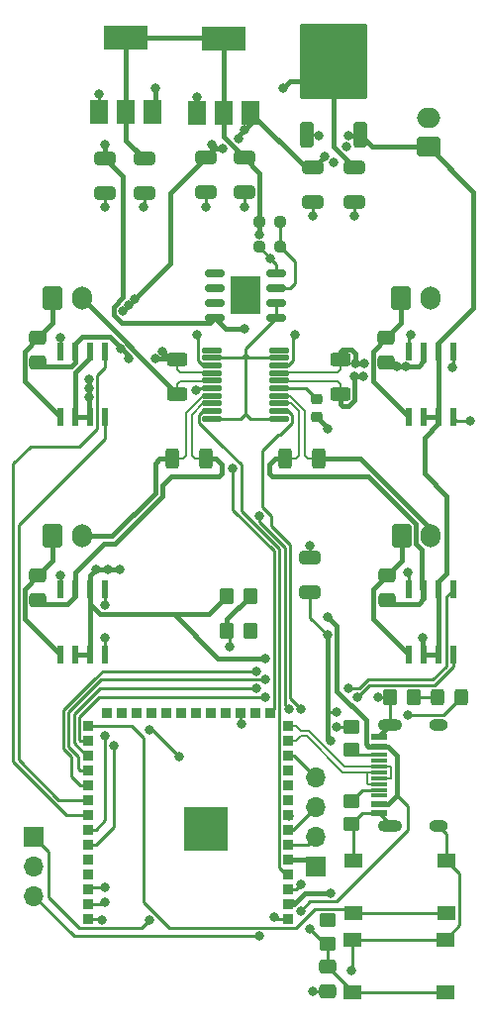
<source format=gtl>
G04 #@! TF.GenerationSoftware,KiCad,Pcbnew,(7.0.0)*
G04 #@! TF.CreationDate,2023-09-25T00:06:07+02:00*
G04 #@! TF.ProjectId,FC Control board 1.0,46432043-6f6e-4747-926f-6c20626f6172,rev?*
G04 #@! TF.SameCoordinates,Original*
G04 #@! TF.FileFunction,Copper,L1,Top*
G04 #@! TF.FilePolarity,Positive*
%FSLAX46Y46*%
G04 Gerber Fmt 4.6, Leading zero omitted, Abs format (unit mm)*
G04 Created by KiCad (PCBNEW (7.0.0)) date 2023-09-25 00:06:07*
%MOMM*%
%LPD*%
G01*
G04 APERTURE LIST*
G04 Aperture macros list*
%AMRoundRect*
0 Rectangle with rounded corners*
0 $1 Rounding radius*
0 $2 $3 $4 $5 $6 $7 $8 $9 X,Y pos of 4 corners*
0 Add a 4 corners polygon primitive as box body*
4,1,4,$2,$3,$4,$5,$6,$7,$8,$9,$2,$3,0*
0 Add four circle primitives for the rounded corners*
1,1,$1+$1,$2,$3*
1,1,$1+$1,$4,$5*
1,1,$1+$1,$6,$7*
1,1,$1+$1,$8,$9*
0 Add four rect primitives between the rounded corners*
20,1,$1+$1,$2,$3,$4,$5,0*
20,1,$1+$1,$4,$5,$6,$7,0*
20,1,$1+$1,$6,$7,$8,$9,0*
20,1,$1+$1,$8,$9,$2,$3,0*%
G04 Aperture macros list end*
G04 #@! TA.AperFunction,SMDPad,CuDef*
%ADD10RoundRect,0.250000X0.650000X-0.325000X0.650000X0.325000X-0.650000X0.325000X-0.650000X-0.325000X0*%
G04 #@! TD*
G04 #@! TA.AperFunction,ComponentPad*
%ADD11O,1.700000X2.000000*%
G04 #@! TD*
G04 #@! TA.AperFunction,ComponentPad*
%ADD12RoundRect,0.250000X-0.600000X-0.750000X0.600000X-0.750000X0.600000X0.750000X-0.600000X0.750000X0*%
G04 #@! TD*
G04 #@! TA.AperFunction,SMDPad,CuDef*
%ADD13RoundRect,0.250000X-0.650000X0.325000X-0.650000X-0.325000X0.650000X-0.325000X0.650000X0.325000X0*%
G04 #@! TD*
G04 #@! TA.AperFunction,SMDPad,CuDef*
%ADD14RoundRect,0.250000X0.475000X-0.337500X0.475000X0.337500X-0.475000X0.337500X-0.475000X-0.337500X0*%
G04 #@! TD*
G04 #@! TA.AperFunction,SMDPad,CuDef*
%ADD15RoundRect,0.250000X-0.475000X0.337500X-0.475000X-0.337500X0.475000X-0.337500X0.475000X0.337500X0*%
G04 #@! TD*
G04 #@! TA.AperFunction,SMDPad,CuDef*
%ADD16R,1.500000X2.000000*%
G04 #@! TD*
G04 #@! TA.AperFunction,SMDPad,CuDef*
%ADD17R,3.800000X2.000000*%
G04 #@! TD*
G04 #@! TA.AperFunction,SMDPad,CuDef*
%ADD18RoundRect,0.250000X0.350000X-0.850000X0.350000X0.850000X-0.350000X0.850000X-0.350000X-0.850000X0*%
G04 #@! TD*
G04 #@! TA.AperFunction,SMDPad,CuDef*
%ADD19RoundRect,0.250000X1.125000X-1.275000X1.125000X1.275000X-1.125000X1.275000X-1.125000X-1.275000X0*%
G04 #@! TD*
G04 #@! TA.AperFunction,SMDPad,CuDef*
%ADD20RoundRect,0.249997X2.650003X-2.950003X2.650003X2.950003X-2.650003X2.950003X-2.650003X-2.950003X0*%
G04 #@! TD*
G04 #@! TA.AperFunction,SMDPad,CuDef*
%ADD21R,0.600000X1.650000*%
G04 #@! TD*
G04 #@! TA.AperFunction,SMDPad,CuDef*
%ADD22RoundRect,0.250000X-0.450000X0.350000X-0.450000X-0.350000X0.450000X-0.350000X0.450000X0.350000X0*%
G04 #@! TD*
G04 #@! TA.AperFunction,SMDPad,CuDef*
%ADD23RoundRect,0.250000X-0.325000X-0.450000X0.325000X-0.450000X0.325000X0.450000X-0.325000X0.450000X0*%
G04 #@! TD*
G04 #@! TA.AperFunction,ComponentPad*
%ADD24R,1.700000X1.700000*%
G04 #@! TD*
G04 #@! TA.AperFunction,ComponentPad*
%ADD25O,1.700000X1.700000*%
G04 #@! TD*
G04 #@! TA.AperFunction,SMDPad,CuDef*
%ADD26RoundRect,0.150000X0.662500X0.150000X-0.662500X0.150000X-0.662500X-0.150000X0.662500X-0.150000X0*%
G04 #@! TD*
G04 #@! TA.AperFunction,SMDPad,CuDef*
%ADD27R,2.514000X3.200000*%
G04 #@! TD*
G04 #@! TA.AperFunction,SMDPad,CuDef*
%ADD28RoundRect,0.250000X0.450000X-0.350000X0.450000X0.350000X-0.450000X0.350000X-0.450000X-0.350000X0*%
G04 #@! TD*
G04 #@! TA.AperFunction,SMDPad,CuDef*
%ADD29RoundRect,0.020500X0.764500X0.184500X-0.764500X0.184500X-0.764500X-0.184500X0.764500X-0.184500X0*%
G04 #@! TD*
G04 #@! TA.AperFunction,SMDPad,CuDef*
%ADD30RoundRect,0.250000X-0.350000X-0.450000X0.350000X-0.450000X0.350000X0.450000X-0.350000X0.450000X0*%
G04 #@! TD*
G04 #@! TA.AperFunction,SMDPad,CuDef*
%ADD31R,1.550000X1.300000*%
G04 #@! TD*
G04 #@! TA.AperFunction,SMDPad,CuDef*
%ADD32RoundRect,0.250000X0.625000X-0.312500X0.625000X0.312500X-0.625000X0.312500X-0.625000X-0.312500X0*%
G04 #@! TD*
G04 #@! TA.AperFunction,SMDPad,CuDef*
%ADD33R,0.838200X0.889000*%
G04 #@! TD*
G04 #@! TA.AperFunction,SMDPad,CuDef*
%ADD34R,0.889000X0.838200*%
G04 #@! TD*
G04 #@! TA.AperFunction,SMDPad,CuDef*
%ADD35R,3.708400X3.708400*%
G04 #@! TD*
G04 #@! TA.AperFunction,SMDPad,CuDef*
%ADD36R,1.450000X0.600000*%
G04 #@! TD*
G04 #@! TA.AperFunction,SMDPad,CuDef*
%ADD37R,1.450000X0.300000*%
G04 #@! TD*
G04 #@! TA.AperFunction,ComponentPad*
%ADD38O,2.100000X1.000000*%
G04 #@! TD*
G04 #@! TA.AperFunction,ComponentPad*
%ADD39O,1.600000X1.000000*%
G04 #@! TD*
G04 #@! TA.AperFunction,SMDPad,CuDef*
%ADD40RoundRect,0.237500X0.250000X0.237500X-0.250000X0.237500X-0.250000X-0.237500X0.250000X-0.237500X0*%
G04 #@! TD*
G04 #@! TA.AperFunction,SMDPad,CuDef*
%ADD41RoundRect,0.225000X0.250000X-0.225000X0.250000X0.225000X-0.250000X0.225000X-0.250000X-0.225000X0*%
G04 #@! TD*
G04 #@! TA.AperFunction,ComponentPad*
%ADD42RoundRect,0.250000X0.750000X-0.600000X0.750000X0.600000X-0.750000X0.600000X-0.750000X-0.600000X0*%
G04 #@! TD*
G04 #@! TA.AperFunction,ComponentPad*
%ADD43O,2.000000X1.700000*%
G04 #@! TD*
G04 #@! TA.AperFunction,SMDPad,CuDef*
%ADD44RoundRect,0.250000X0.312500X0.625000X-0.312500X0.625000X-0.312500X-0.625000X0.312500X-0.625000X0*%
G04 #@! TD*
G04 #@! TA.AperFunction,SMDPad,CuDef*
%ADD45RoundRect,0.250000X-0.312500X-0.625000X0.312500X-0.625000X0.312500X0.625000X-0.312500X0.625000X0*%
G04 #@! TD*
G04 #@! TA.AperFunction,ViaPad*
%ADD46C,0.800000*%
G04 #@! TD*
G04 #@! TA.AperFunction,Conductor*
%ADD47C,0.250000*%
G04 #@! TD*
G04 #@! TA.AperFunction,Conductor*
%ADD48C,0.400000*%
G04 #@! TD*
G04 #@! TA.AperFunction,Conductor*
%ADD49C,0.200000*%
G04 #@! TD*
G04 APERTURE END LIST*
D10*
X194956000Y-127937000D03*
X194956000Y-124987000D03*
D11*
X222789598Y-136959499D03*
D12*
X220289599Y-136959500D03*
D13*
X212482000Y-159125000D03*
X212482000Y-162075000D03*
D12*
X220311000Y-157279500D03*
D11*
X222810999Y-157279499D03*
D14*
X214006000Y-196160000D03*
X214006000Y-194085000D03*
D15*
X189190000Y-140345000D03*
X189190000Y-142420000D03*
D16*
X194433999Y-120975999D03*
X196733999Y-120975999D03*
D17*
X196733999Y-114675999D03*
D16*
X199033999Y-120975999D03*
D18*
X212234000Y-122968000D03*
D19*
X212989000Y-118343000D03*
X216039000Y-118343000D03*
D20*
X214514000Y-116668000D03*
D19*
X212989000Y-114993000D03*
X216039000Y-114993000D03*
D18*
X216794000Y-122968000D03*
D21*
X191094999Y-167423499D03*
X192364999Y-167423499D03*
X193634999Y-167423499D03*
X194904999Y-167423499D03*
X194904999Y-161823499D03*
X193634999Y-161823499D03*
X192364999Y-161823499D03*
X191094999Y-161823499D03*
D22*
X216038000Y-179889000D03*
X216038000Y-181889000D03*
D23*
X223395000Y-171014000D03*
X225445000Y-171014000D03*
D10*
X198306000Y-127937000D03*
X198306000Y-124987000D03*
D24*
X212989999Y-185491999D03*
D25*
X212989999Y-182951999D03*
X212989999Y-180411999D03*
X212989999Y-177871999D03*
D10*
X212735000Y-128708000D03*
X212735000Y-125758000D03*
D26*
X209607500Y-138591000D03*
X209607500Y-137321000D03*
X209607500Y-136051000D03*
X209607500Y-134781000D03*
X204332500Y-134781000D03*
X204332500Y-136051000D03*
X204332500Y-137321000D03*
X204332500Y-138591000D03*
D27*
X206969999Y-136685999D03*
D21*
X220939999Y-167423499D03*
X222209999Y-167423499D03*
X223479999Y-167423499D03*
X224749999Y-167423499D03*
X224749999Y-161823499D03*
X223479999Y-161823499D03*
X222209999Y-161823499D03*
X220939999Y-161823499D03*
D28*
X216038000Y-175539000D03*
X216038000Y-173539000D03*
D12*
X190466000Y-157279500D03*
D11*
X192965999Y-157279499D03*
D29*
X209840000Y-147231000D03*
X209840000Y-146581000D03*
X209840000Y-145931000D03*
X209840000Y-145281000D03*
X209840000Y-144631000D03*
X209840000Y-143981000D03*
X209840000Y-143331000D03*
X209840000Y-142681000D03*
X209840000Y-142031000D03*
X209840000Y-141381000D03*
X204100000Y-141381000D03*
X204100000Y-142031000D03*
X204100000Y-142681000D03*
X204100000Y-143331000D03*
X204100000Y-143981000D03*
X204100000Y-144631000D03*
X204100000Y-145281000D03*
X204100000Y-145931000D03*
X204100000Y-146581000D03*
X204100000Y-147231000D03*
D28*
X214006000Y-192096000D03*
X214006000Y-190096000D03*
D30*
X219356000Y-171014000D03*
X221356000Y-171014000D03*
D21*
X191094999Y-147103499D03*
X192364999Y-147103499D03*
X193634999Y-147103499D03*
X194904999Y-147103499D03*
X194904999Y-141503499D03*
X193634999Y-141503499D03*
X192364999Y-141503499D03*
X191094999Y-141503499D03*
D12*
X190466000Y-136959500D03*
D11*
X192965999Y-136959499D03*
D31*
X216215999Y-184983999D03*
X224165999Y-184983999D03*
X216215999Y-189483999D03*
X224165999Y-189483999D03*
D32*
X215098000Y-145123484D03*
X215098000Y-142198484D03*
D30*
X205386000Y-162378000D03*
X207386000Y-162378000D03*
D33*
X210648899Y-189983699D03*
X210648899Y-188713699D03*
X210648899Y-187443699D03*
X210648899Y-186173699D03*
X210648899Y-184903699D03*
X210648899Y-183633699D03*
X210648899Y-182363699D03*
X210648899Y-181093699D03*
X210648899Y-179823699D03*
X210648899Y-178553699D03*
X210648899Y-177283699D03*
X210648899Y-176013699D03*
X210648899Y-174743699D03*
X210648899Y-173473699D03*
D34*
X209052999Y-172399099D03*
X207782999Y-172399099D03*
X206512999Y-172399099D03*
X205242999Y-172399099D03*
X203972999Y-172399099D03*
X202702999Y-172399099D03*
X201432999Y-172399099D03*
X200162999Y-172399099D03*
X198892999Y-172399099D03*
X197622999Y-172399099D03*
X196352999Y-172399099D03*
X195082999Y-172399099D03*
D33*
X193487099Y-173473699D03*
X193487099Y-174743699D03*
X193487099Y-176013699D03*
X193487099Y-177283699D03*
X193487099Y-178553699D03*
X193487099Y-179823699D03*
X193487099Y-181093699D03*
X193487099Y-182363699D03*
X193487099Y-183633699D03*
X193487099Y-184903699D03*
X193487099Y-186173699D03*
X193487099Y-187443699D03*
X193487099Y-188713699D03*
X193487099Y-189983699D03*
D35*
X203563698Y-182269199D03*
D16*
X202815999Y-121077999D03*
X205115999Y-121077999D03*
D17*
X205115999Y-114777999D03*
D16*
X207415999Y-121077999D03*
D36*
X218402999Y-180963999D03*
X218402999Y-180163999D03*
D37*
X218402999Y-178963999D03*
X218402999Y-177963999D03*
X218402999Y-177463999D03*
X218402999Y-176463999D03*
D36*
X218402999Y-175263999D03*
X218402999Y-174463999D03*
X218402999Y-174463999D03*
X218402999Y-175263999D03*
D37*
X218402999Y-175963999D03*
X218402999Y-176963999D03*
X218402999Y-178463999D03*
X218402999Y-179463999D03*
D36*
X218402999Y-180163999D03*
X218402999Y-180963999D03*
D38*
X219317999Y-182033999D03*
D39*
X223497999Y-182033999D03*
D38*
X219317999Y-173393999D03*
D39*
X223497999Y-173393999D03*
D10*
X206894000Y-127888000D03*
X206894000Y-124938000D03*
D40*
X209961965Y-132553246D03*
X208136965Y-132553246D03*
D15*
X219013599Y-142420000D03*
X219013599Y-140345000D03*
D41*
X213066000Y-147113000D03*
X213066000Y-145563000D03*
D40*
X209948764Y-130441271D03*
X208123764Y-130441271D03*
D15*
X189190000Y-160665000D03*
X189190000Y-162740000D03*
D31*
X216126999Y-191743633D03*
X224076999Y-191743633D03*
X216126999Y-196243633D03*
X224076999Y-196243633D03*
D42*
X222596000Y-124004000D03*
D43*
X222595999Y-121503999D03*
D21*
X220918598Y-141503499D03*
X222188598Y-141503499D03*
X223458598Y-141503499D03*
X224728598Y-141503499D03*
X224728598Y-147103499D03*
X223458598Y-147103499D03*
X222188598Y-147103499D03*
X220918598Y-147103499D03*
D10*
X216291000Y-128708000D03*
X216291000Y-125758000D03*
D24*
X188884999Y-182966999D03*
D25*
X188884999Y-185506999D03*
X188884999Y-188046999D03*
D44*
X213258500Y-150656000D03*
X210333500Y-150656000D03*
D32*
X201128000Y-145123484D03*
X201128000Y-142198484D03*
D45*
X200681500Y-150656000D03*
X203606500Y-150656000D03*
D15*
X219035000Y-160665000D03*
X219035000Y-162740000D03*
D30*
X205386000Y-165328000D03*
X207386000Y-165328000D03*
D10*
X203592000Y-127888000D03*
X203592000Y-124938000D03*
D46*
X212736000Y-129866000D03*
X203592000Y-129104000D03*
X214768000Y-173554000D03*
X207386000Y-165328000D03*
X220864000Y-160346000D03*
X198766000Y-173808000D03*
X194702000Y-190064000D03*
X202322000Y-183460000D03*
X209434000Y-189810000D03*
X212482000Y-158060000D03*
X221118000Y-140026000D03*
X204862000Y-183460000D03*
X209092859Y-133509141D03*
X218324000Y-171014000D03*
X206894000Y-129104000D03*
X212736000Y-196160000D03*
X194448000Y-119452000D03*
X202322000Y-181174000D03*
X204862000Y-181174000D03*
X216038000Y-194382000D03*
X194956000Y-129104000D03*
X216292000Y-129866000D03*
X191146000Y-140280000D03*
X213244000Y-123008000D03*
X202830000Y-119706000D03*
X201306000Y-176094000D03*
X191146000Y-160600000D03*
X198258000Y-129104000D03*
X202777359Y-144826539D03*
X193555500Y-145360000D03*
X196226000Y-160092000D03*
X222134000Y-165934000D03*
X196480000Y-137994000D03*
X204985834Y-124160498D03*
X213752000Y-124786000D03*
X206386000Y-123262000D03*
X196988000Y-137486000D03*
X214514000Y-125294000D03*
X194194000Y-160092000D03*
X204100000Y-123770000D03*
X215784000Y-123008000D03*
X208672000Y-167712000D03*
X193555500Y-143836000D03*
X195210000Y-160092000D03*
X215608832Y-123945168D03*
X206894000Y-122500000D03*
X197496000Y-136978000D03*
X193555500Y-144598000D03*
X214260000Y-187778000D03*
X214278722Y-174805278D03*
X214006000Y-190064000D03*
X214768000Y-172284000D03*
X220864000Y-172538000D03*
X208164000Y-131478746D03*
X213968000Y-165718000D03*
X199274000Y-118944000D03*
X206894000Y-139518000D03*
X208164000Y-191477700D03*
X214006000Y-164156000D03*
X210196000Y-118944000D03*
X211715701Y-189297701D03*
X194956000Y-123770000D03*
X213955000Y-148116000D03*
X194956000Y-188540000D03*
X211720000Y-172030000D03*
X210704000Y-172030000D03*
X211212000Y-140026000D03*
X208164000Y-155520000D03*
X194956000Y-187270000D03*
X215784000Y-170252000D03*
X207910000Y-170252000D03*
X216546000Y-171014000D03*
X208672000Y-171014000D03*
X198761701Y-190068299D03*
X210704000Y-181174000D03*
X206640000Y-173300000D03*
X205624000Y-166696000D03*
X202830000Y-140026000D03*
X205870396Y-151463604D03*
X212482000Y-190826000D03*
X211720000Y-187016000D03*
X217089099Y-142528000D03*
X216368000Y-142528000D03*
X220686000Y-142782000D03*
X219924000Y-142728500D03*
X199858000Y-141512000D03*
X199252590Y-142117410D03*
X196978926Y-142105074D03*
X196302000Y-141258000D03*
X216292000Y-143582000D03*
X217054000Y-143582000D03*
X194956000Y-163140000D03*
X195680500Y-175147636D03*
X194956000Y-165934000D03*
X194956000Y-174316000D03*
X224674000Y-142820000D03*
X207910000Y-168802500D03*
X226198000Y-147392000D03*
X208672000Y-169490000D03*
D47*
X212736000Y-196160000D02*
X214006000Y-196160000D01*
X216127000Y-191743634D02*
X224077000Y-191743634D01*
X224166000Y-182702000D02*
X223498000Y-182034000D01*
X216291000Y-128708000D02*
X216291000Y-129865000D01*
X216127000Y-191743634D02*
X216127000Y-194293000D01*
X212735000Y-128708000D02*
X212735000Y-129865000D01*
X216038000Y-173539000D02*
X214783000Y-173539000D01*
X194434000Y-119466000D02*
X194448000Y-119452000D01*
X201052000Y-175840000D02*
X199020000Y-173808000D01*
X202816000Y-121078000D02*
X202816000Y-119720000D01*
X191095000Y-141503500D02*
X191095000Y-140331000D01*
D48*
X218403000Y-174464000D02*
X218403000Y-174309000D01*
D47*
X209607500Y-134023781D02*
X209092859Y-133509141D01*
D48*
X218403000Y-174309000D02*
X219318000Y-173394000D01*
D47*
X202972898Y-144631000D02*
X202777359Y-144826539D01*
X216963000Y-180964000D02*
X216038000Y-181889000D01*
X198306000Y-129056000D02*
X198258000Y-129104000D01*
X204100000Y-144631000D02*
X202972898Y-144631000D01*
X220918599Y-140225401D02*
X221118000Y-140026000D01*
X213204000Y-122968000D02*
X213244000Y-123008000D01*
X214783000Y-173539000D02*
X214768000Y-173554000D01*
X220918599Y-141503500D02*
X220918599Y-140225401D01*
X216216000Y-182067000D02*
X216038000Y-181889000D01*
X220940000Y-161823500D02*
X220940000Y-160422000D01*
X191095000Y-161823500D02*
X191095000Y-160651000D01*
X212482000Y-159125000D02*
X212482000Y-158060000D01*
X219318000Y-173394000D02*
X219318000Y-171052000D01*
X216216000Y-184984000D02*
X216216000Y-182067000D01*
X216291000Y-129865000D02*
X216292000Y-129866000D01*
X209092859Y-133509141D02*
X208136965Y-132553246D01*
X209607700Y-189983700D02*
X209434000Y-189810000D01*
X191095000Y-140331000D02*
X191146000Y-140280000D01*
X220940000Y-160422000D02*
X220864000Y-160346000D01*
X225266000Y-190554634D02*
X225266000Y-186084000D01*
X202816000Y-119720000D02*
X202830000Y-119706000D01*
X225266000Y-186084000D02*
X224166000Y-184984000D01*
X193487100Y-189983700D02*
X194621700Y-189983700D01*
X219318000Y-182034000D02*
X219318000Y-181879000D01*
X206894000Y-127888000D02*
X206894000Y-129104000D01*
X224166000Y-184984000D02*
X224166000Y-182702000D01*
X209607500Y-134781000D02*
X209607500Y-134023781D01*
X224077000Y-191743634D02*
X225266000Y-190554634D01*
X218403000Y-180964000D02*
X216963000Y-180964000D01*
X212735000Y-129865000D02*
X212736000Y-129866000D01*
X201306000Y-176094000D02*
X201052000Y-175840000D01*
X216127000Y-194293000D02*
X216038000Y-194382000D01*
X191095000Y-160651000D02*
X191146000Y-160600000D01*
X210648900Y-189983700D02*
X209607700Y-189983700D01*
X203592000Y-127888000D02*
X203592000Y-129104000D01*
X219318000Y-181879000D02*
X218403000Y-180964000D01*
X198306000Y-127937000D02*
X198306000Y-129056000D01*
X194621700Y-189983700D02*
X194702000Y-190064000D01*
X194956000Y-127937000D02*
X194956000Y-129104000D01*
X199020000Y-173808000D02*
X198766000Y-173808000D01*
X194434000Y-120976000D02*
X194434000Y-119466000D01*
X219318000Y-171052000D02*
X219356000Y-171014000D01*
X212234000Y-122968000D02*
X213204000Y-122968000D01*
X219356000Y-171014000D02*
X218324000Y-171014000D01*
D48*
X204608000Y-167712000D02*
X208672000Y-167712000D01*
X194526500Y-163940000D02*
X200836000Y-163940000D01*
X193635000Y-161823500D02*
X193635000Y-160651000D01*
X204985834Y-124160498D02*
X204369502Y-124160498D01*
X193635000Y-161823500D02*
X193635000Y-163048500D01*
X223458599Y-140733401D02*
X223458599Y-141503500D01*
X207416000Y-121978000D02*
X206894000Y-122500000D01*
X222596000Y-124004000D02*
X226452000Y-127860000D01*
X222596000Y-124004000D02*
X217830000Y-124004000D01*
X192365000Y-147103500D02*
X193635000Y-147103500D01*
X226452000Y-127860000D02*
X226452000Y-137740000D01*
X196480000Y-137994000D02*
X196988000Y-137486000D01*
X192365000Y-167423500D02*
X193635000Y-167423500D01*
X224166000Y-160482500D02*
X223480000Y-161168500D01*
X207416000Y-121078000D02*
X212096000Y-125758000D01*
X193555500Y-143836000D02*
X193555500Y-147024000D01*
X204100000Y-123770000D02*
X204490498Y-124160498D01*
X216754000Y-123008000D02*
X216794000Y-122968000D01*
X222257562Y-148829537D02*
X222257562Y-151931659D01*
X212780000Y-125758000D02*
X213752000Y-124786000D01*
X196226000Y-160092000D02*
X194194000Y-160092000D01*
X212096000Y-125758000D02*
X212735000Y-125758000D01*
X223458599Y-147628500D02*
X222257562Y-148829537D01*
X196988000Y-137486000D02*
X197496000Y-136978000D01*
X206894000Y-122500000D02*
X206386000Y-123008000D01*
X207416000Y-121078000D02*
X207416000Y-121978000D01*
X193635000Y-142028500D02*
X192365000Y-143298500D01*
X203592000Y-124938000D02*
X200544000Y-127986000D01*
X204369502Y-124160498D02*
X203592000Y-124938000D01*
X212735000Y-125758000D02*
X212780000Y-125758000D01*
X223458599Y-147103500D02*
X223458599Y-147628500D01*
X204100000Y-124430000D02*
X203592000Y-124938000D01*
X223480000Y-161823500D02*
X223480000Y-167423500D01*
X222257562Y-151931659D02*
X224166000Y-153840097D01*
X193635000Y-141503500D02*
X193635000Y-142028500D01*
X226452000Y-137740000D02*
X223458599Y-140733401D01*
X192365000Y-143298500D02*
X192365000Y-147103500D01*
X223458599Y-147103500D02*
X222188599Y-147103500D01*
X224166000Y-153840097D02*
X224166000Y-160482500D01*
X194526500Y-163940000D02*
X203824000Y-163940000D01*
X193635000Y-163048500D02*
X194526500Y-163940000D01*
X200544000Y-127986000D02*
X200544000Y-133930000D01*
X200836000Y-163940000D02*
X204608000Y-167712000D01*
X206386000Y-123008000D02*
X206386000Y-123262000D01*
X223480000Y-161168500D02*
X223480000Y-161823500D01*
X215784000Y-123008000D02*
X216754000Y-123008000D01*
X203824000Y-163940000D02*
X205386000Y-162378000D01*
X204490498Y-124160498D02*
X204985834Y-124160498D01*
X193635000Y-167423500D02*
X193635000Y-161823500D01*
X204100000Y-123770000D02*
X204100000Y-124430000D01*
X223480000Y-167423500D02*
X222210000Y-167423500D01*
X222134000Y-165934000D02*
X222134000Y-167347500D01*
X200544000Y-133930000D02*
X197496000Y-136978000D01*
X193635000Y-160651000D02*
X194194000Y-160092000D01*
X217830000Y-124004000D02*
X216794000Y-122968000D01*
X193555500Y-147024000D02*
X193635000Y-147103500D01*
X223458599Y-141503500D02*
X223458599Y-147103500D01*
X222134000Y-167347500D02*
X222210000Y-167423500D01*
X205116000Y-123160000D02*
X206894000Y-124938000D01*
X205116000Y-114778000D02*
X205116000Y-121078000D01*
X196734000Y-114676000D02*
X205014000Y-114676000D01*
D47*
X223921000Y-172538000D02*
X220864000Y-172538000D01*
D48*
X211153671Y-188713700D02*
X212089371Y-187778000D01*
X208194000Y-126238000D02*
X208194000Y-130371035D01*
X213968000Y-165718000D02*
X213968000Y-172284000D01*
D47*
X212482000Y-162075000D02*
X212482000Y-164232000D01*
D48*
X196734000Y-114676000D02*
X196734000Y-120976000D01*
X205116000Y-121078000D02*
X205116000Y-123160000D01*
D47*
X225445000Y-171014000D02*
X223921000Y-172538000D01*
D48*
X208123764Y-130441271D02*
X208123764Y-131438510D01*
X210648900Y-188713700D02*
X211153671Y-188713700D01*
X205014000Y-114676000D02*
X205116000Y-114778000D01*
D47*
X214768000Y-172284000D02*
X213968000Y-172284000D01*
D48*
X213968000Y-174494556D02*
X214278722Y-174805278D01*
X214006000Y-190064000D02*
X214006000Y-190096000D01*
X206894000Y-124938000D02*
X208194000Y-126238000D01*
X196734000Y-123415000D02*
X198306000Y-124987000D01*
D47*
X212482000Y-164232000D02*
X213968000Y-165718000D01*
D48*
X212089371Y-187778000D02*
X214260000Y-187778000D01*
X210916100Y-188446500D02*
X210648900Y-188713700D01*
X208194000Y-130371035D02*
X208123764Y-130441271D01*
X208123764Y-131438510D02*
X208164000Y-131478746D01*
X213968000Y-172284000D02*
X213968000Y-174494556D01*
X196734000Y-120976000D02*
X196734000Y-123415000D01*
X219928000Y-176006000D02*
X219186000Y-175264000D01*
X196364629Y-139010000D02*
X203913500Y-139010000D01*
X214768000Y-164918000D02*
X214006000Y-164156000D01*
X218403000Y-180164000D02*
X219191984Y-180164000D01*
X219191984Y-180164000D02*
X219928000Y-179427984D01*
D47*
X211715701Y-189297701D02*
X212504402Y-188509000D01*
D48*
X196480000Y-136862629D02*
X195680000Y-137662629D01*
X214768000Y-170506000D02*
X217278000Y-173016000D01*
X199274000Y-118944000D02*
X199274000Y-120736000D01*
X217482239Y-175264000D02*
X218403000Y-175264000D01*
X210797000Y-118343000D02*
X210196000Y-118944000D01*
X212989000Y-118343000D02*
X210797000Y-118343000D01*
X194956000Y-123770000D02*
X194956000Y-124987000D01*
D47*
X220864000Y-182411000D02*
X220864000Y-180363984D01*
D48*
X195680000Y-137662629D02*
X195680000Y-138325371D01*
X194956000Y-124987000D02*
X196480000Y-126511000D01*
D47*
X188885000Y-188047000D02*
X192315700Y-191477700D01*
D48*
X205259500Y-139518000D02*
X206894000Y-139518000D01*
D47*
X192315700Y-191477700D02*
X208164000Y-191477700D01*
D48*
X214768000Y-168220000D02*
X214768000Y-164918000D01*
X199274000Y-120736000D02*
X199034000Y-120976000D01*
D47*
X212504402Y-188509000D02*
X214766000Y-188509000D01*
X214766000Y-188509000D02*
X220864000Y-182411000D01*
D48*
X203913500Y-139010000D02*
X204332500Y-138591000D01*
X216291000Y-125758000D02*
X214514000Y-123981000D01*
X217278000Y-173016000D02*
X217278000Y-175059761D01*
X219186000Y-175264000D02*
X218403000Y-175264000D01*
X219928000Y-179427984D02*
X219928000Y-176006000D01*
X214514000Y-123981000D02*
X214514000Y-116668000D01*
X217278000Y-175059761D02*
X217482239Y-175264000D01*
D47*
X220864000Y-180363984D02*
X219928000Y-179427984D01*
D48*
X196480000Y-126511000D02*
X196480000Y-136862629D01*
X204332500Y-138591000D02*
X205259500Y-139518000D01*
X214768000Y-168220000D02*
X214768000Y-170506000D01*
X195680000Y-138325371D02*
X196364629Y-139010000D01*
D49*
X219378000Y-177964000D02*
X218403000Y-177964000D01*
X211315651Y-173473700D02*
X211725651Y-173883700D01*
X217290499Y-176989000D02*
X217315499Y-176964000D01*
X211725651Y-173883700D02*
X212367900Y-173883700D01*
X218403000Y-176964000D02*
X219378000Y-176964000D01*
X219428000Y-177914000D02*
X219378000Y-177964000D01*
X219428000Y-177014000D02*
X219428000Y-177914000D01*
X212367900Y-173883700D02*
X215473200Y-176989000D01*
X219378000Y-176964000D02*
X219428000Y-177014000D01*
X215473200Y-176989000D02*
X217290499Y-176989000D01*
X210648900Y-173473700D02*
X211315651Y-173473700D01*
X217315499Y-176964000D02*
X218403000Y-176964000D01*
X217290499Y-177439000D02*
X217315499Y-177464000D01*
X218403000Y-178464000D02*
X217428000Y-178464000D01*
X217428000Y-177464000D02*
X218403000Y-177464000D01*
X217428000Y-178464000D02*
X217378000Y-178414000D01*
X215286800Y-177439000D02*
X217290499Y-177439000D01*
X212181500Y-174333700D02*
X215286800Y-177439000D01*
X211315651Y-174743700D02*
X211725651Y-174333700D01*
X217315499Y-177464000D02*
X218403000Y-177464000D01*
X217378000Y-177514000D02*
X217428000Y-177464000D01*
X211725651Y-174333700D02*
X212181500Y-174333700D01*
X210648900Y-174743700D02*
X211315651Y-174743700D01*
X217378000Y-178414000D02*
X217378000Y-177514000D01*
D47*
X223395000Y-171014000D02*
X221356000Y-171014000D01*
X216038000Y-179889000D02*
X216963000Y-178964000D01*
X216963000Y-178964000D02*
X218403000Y-178964000D01*
X216463000Y-175964000D02*
X218403000Y-175964000D01*
X216038000Y-175539000D02*
X216463000Y-175964000D01*
D48*
X213955000Y-148116000D02*
X213955000Y-148002000D01*
X213955000Y-148002000D02*
X213066000Y-147113000D01*
D47*
X213066000Y-145563000D02*
X212134000Y-144631000D01*
X212134000Y-144631000D02*
X209840000Y-144631000D01*
D48*
X220311000Y-157279500D02*
X220311000Y-159389000D01*
X219035000Y-160665000D02*
X217910000Y-161790000D01*
X220311000Y-159389000D02*
X219035000Y-160665000D01*
X217910000Y-161790000D02*
X217910000Y-164393500D01*
X217910000Y-164393500D02*
X220940000Y-167423500D01*
X221755500Y-163048500D02*
X222210000Y-162594000D01*
X222079562Y-161693062D02*
X222079562Y-158465829D01*
D49*
X211542000Y-146592000D02*
X210881000Y-145931000D01*
D48*
X222079562Y-158465829D02*
X221561000Y-157947267D01*
X222210000Y-162594000D02*
X222210000Y-161823500D01*
D49*
X210881000Y-145931000D02*
X209840000Y-145931000D01*
X210333500Y-150656000D02*
X211288000Y-150656000D01*
D48*
X209002000Y-151926000D02*
X209002000Y-151164000D01*
X219035000Y-162740000D02*
X219343500Y-163048500D01*
X221561000Y-157947267D02*
X221561000Y-156260261D01*
X219343500Y-163048500D02*
X221755500Y-163048500D01*
D49*
X211542000Y-150402000D02*
X211542000Y-146592000D01*
D48*
X221561000Y-156260261D02*
X217480739Y-152180000D01*
D49*
X211288000Y-150656000D02*
X211542000Y-150402000D01*
D48*
X217480739Y-152180000D02*
X209256000Y-152180000D01*
X209510000Y-150656000D02*
X210333500Y-150656000D01*
X209002000Y-151164000D02*
X209510000Y-150656000D01*
X222210000Y-161823500D02*
X222079562Y-161693062D01*
X209256000Y-152180000D02*
X209002000Y-151926000D01*
D47*
X210627611Y-146581000D02*
X209840000Y-146581000D01*
X208418000Y-154748695D02*
X208418000Y-149933678D01*
X209907018Y-148601593D02*
X210950000Y-147558611D01*
X194782300Y-188713700D02*
X194956000Y-188540000D01*
X210967305Y-171268000D02*
X210958000Y-171268000D01*
X210950000Y-146903389D02*
X210627611Y-146581000D01*
X209184242Y-156409054D02*
X209184242Y-155514937D01*
X209184242Y-155514937D02*
X208418000Y-154748695D01*
X210804800Y-171114800D02*
X210804800Y-158029612D01*
X211720000Y-172030000D02*
X211720000Y-172020695D01*
X209750085Y-148601593D02*
X209907018Y-148601593D01*
X193487100Y-188713700D02*
X194782300Y-188713700D01*
X210950000Y-147558611D02*
X210950000Y-146903389D01*
X210804800Y-158029612D02*
X209184242Y-156409054D01*
X208418000Y-149933678D02*
X209750085Y-148601593D01*
X211720000Y-172020695D02*
X210967305Y-171268000D01*
X210958000Y-171268000D02*
X210804800Y-171114800D01*
X210354800Y-171680800D02*
X210354800Y-158216008D01*
X210704000Y-172030000D02*
X210354800Y-171680800D01*
X211034000Y-140204000D02*
X211212000Y-140026000D01*
X208164000Y-156025208D02*
X208164000Y-155520000D01*
X211034000Y-142274611D02*
X211034000Y-140496000D01*
X194956000Y-187270000D02*
X193660800Y-187270000D01*
X209840000Y-142681000D02*
X210627611Y-142681000D01*
X193660800Y-187270000D02*
X193487100Y-187443700D01*
X211034000Y-140496000D02*
X211034000Y-140204000D01*
X210354800Y-158216008D02*
X208164000Y-156025208D01*
X210627611Y-142681000D02*
X211034000Y-142274611D01*
X216671604Y-170252000D02*
X217433604Y-169490000D01*
X193351700Y-176013700D02*
X192293000Y-174955000D01*
X217433604Y-169490000D02*
X223012604Y-169490000D01*
X223012604Y-169490000D02*
X224125000Y-168377604D01*
X224125000Y-162448500D02*
X224750000Y-161823500D01*
X192293000Y-174955000D02*
X192293000Y-172517804D01*
X224125000Y-168377604D02*
X224125000Y-162448500D01*
X194558804Y-170252000D02*
X207910000Y-170252000D01*
X193487100Y-176013700D02*
X193351700Y-176013700D01*
X192293000Y-172517804D02*
X194558804Y-170252000D01*
X215784000Y-170252000D02*
X216671604Y-170252000D01*
X194433200Y-171014000D02*
X192743000Y-172704200D01*
X208672000Y-171014000D02*
X194433200Y-171014000D01*
X223150000Y-169989000D02*
X217571000Y-169989000D01*
X224750000Y-167423500D02*
X224750000Y-168389000D01*
X224750000Y-168389000D02*
X223150000Y-169989000D01*
X217571000Y-169989000D02*
X216546000Y-171014000D01*
X192843700Y-174743700D02*
X193487100Y-174743700D01*
X192743000Y-174643000D02*
X192843700Y-174743700D01*
X192743000Y-172704200D02*
X192743000Y-174643000D01*
X190130000Y-184212000D02*
X188885000Y-182967000D01*
X210648900Y-181118900D02*
X210704000Y-181174000D01*
X210648900Y-181093700D02*
X210648900Y-181118900D01*
X190130000Y-188140200D02*
X190130000Y-184212000D01*
X198761701Y-190068299D02*
X198041000Y-190789000D01*
X192778800Y-190789000D02*
X190130000Y-188140200D01*
X198041000Y-190789000D02*
X192778800Y-190789000D01*
D48*
X205386000Y-164378000D02*
X207386000Y-162378000D01*
D47*
X206513000Y-173173000D02*
X206640000Y-173300000D01*
X205624000Y-166696000D02*
X205624000Y-165566000D01*
X206513000Y-172399100D02*
X206513000Y-173173000D01*
D48*
X205386000Y-165328000D02*
X205386000Y-164378000D01*
D47*
X205624000Y-165566000D02*
X205386000Y-165328000D01*
X203312389Y-142681000D02*
X202906000Y-142274611D01*
X209053000Y-172399100D02*
X209397000Y-172055100D01*
X202906000Y-142274611D02*
X202906000Y-140242000D01*
X205870396Y-155004396D02*
X205870396Y-151463604D01*
X204100000Y-142681000D02*
X203312389Y-142681000D01*
X209397000Y-172055100D02*
X209397000Y-158531000D01*
X209397000Y-158531000D02*
X205870396Y-155004396D01*
X212990000Y-177872000D02*
X211131700Y-176013700D01*
X211131700Y-176013700D02*
X210648900Y-176013700D01*
X212990000Y-180412000D02*
X211038300Y-182363700D01*
X211038300Y-182363700D02*
X210648900Y-182363700D01*
X212308300Y-183633700D02*
X210648900Y-183633700D01*
X212990000Y-182952000D02*
X212308300Y-183633700D01*
X213752000Y-192096000D02*
X214006000Y-192096000D01*
X216127000Y-196243634D02*
X224077000Y-196243634D01*
X214006000Y-194085000D02*
X214006000Y-192096000D01*
X216127000Y-196206000D02*
X214006000Y-194085000D01*
X212482000Y-190826000D02*
X213752000Y-192096000D01*
X211292300Y-187443700D02*
X210648900Y-187443700D01*
X211720000Y-187016000D02*
X211292300Y-187443700D01*
X216127000Y-196243634D02*
X216127000Y-196206000D01*
D48*
X212401700Y-184903700D02*
X210648900Y-184903700D01*
X212990000Y-185492000D02*
X212401700Y-184903700D01*
D47*
X204888097Y-149456000D02*
X206595396Y-151163299D01*
X203312389Y-146581000D02*
X202990000Y-146903389D01*
X204887389Y-149456000D02*
X204888097Y-149456000D01*
X206595396Y-151163299D02*
X206595396Y-155093000D01*
X209847000Y-158344604D02*
X209847000Y-185615400D01*
X202990000Y-146903389D02*
X202990000Y-147558611D01*
X209847000Y-185615400D02*
X210405300Y-186173700D01*
X202990000Y-147558611D02*
X204887389Y-149456000D01*
X210405300Y-186173700D02*
X210648900Y-186173700D01*
X206595396Y-155093000D02*
X209847000Y-158344604D01*
X204100000Y-146581000D02*
X203312389Y-146581000D01*
X209840000Y-142031000D02*
X207235000Y-142031000D01*
X204100000Y-142031000D02*
X206705000Y-142031000D01*
X206970000Y-146846000D02*
X206970000Y-141766000D01*
X209840000Y-147231000D02*
X207355000Y-147231000D01*
X206585000Y-147231000D02*
X206970000Y-146846000D01*
X204100000Y-147231000D02*
X206585000Y-147231000D01*
X207355000Y-147231000D02*
X206970000Y-146846000D01*
X206705000Y-142031000D02*
X206970000Y-141766000D01*
X206970000Y-141766000D02*
X206970000Y-141228500D01*
X206970000Y-141228500D02*
X209607500Y-138591000D01*
X209607500Y-137321000D02*
X209607500Y-138591000D01*
X207235000Y-142031000D02*
X206970000Y-141766000D01*
D49*
X212304000Y-150656000D02*
X212050000Y-150402000D01*
X213258500Y-150656000D02*
X212304000Y-150656000D01*
D48*
X216805267Y-150656000D02*
X213258500Y-150656000D01*
D49*
X212050000Y-146534314D02*
X210796686Y-145281000D01*
D48*
X222811000Y-157279500D02*
X222811000Y-156661733D01*
D49*
X212050000Y-150402000D02*
X212050000Y-146534314D01*
X210796686Y-145281000D02*
X209840000Y-145281000D01*
D48*
X222811000Y-156661733D02*
X216805267Y-150656000D01*
D47*
X215903000Y-189171000D02*
X212867000Y-189171000D01*
X224166000Y-189484000D02*
X216216000Y-189484000D01*
X198258000Y-174489700D02*
X197242000Y-173473700D01*
X193487100Y-173473700D02*
X197242000Y-173473700D01*
X200471200Y-190753200D02*
X198258000Y-188540000D01*
X212867000Y-189171000D02*
X211284800Y-190753200D01*
X216216000Y-189484000D02*
X215903000Y-189171000D01*
X211284800Y-190753200D02*
X200471200Y-190753200D01*
X198258000Y-188540000D02*
X198258000Y-174489700D01*
X209948764Y-130441271D02*
X209948764Y-132540045D01*
X210793856Y-136045578D02*
X211171926Y-135667508D01*
X209607500Y-136051000D02*
X209612922Y-136045578D01*
X209612922Y-136045578D02*
X210793856Y-136045578D01*
X209948764Y-132540045D02*
X209961965Y-132553246D01*
X211171926Y-135667508D02*
X211171926Y-133763207D01*
X211171926Y-133763207D02*
X209961965Y-132553246D01*
D48*
X217888599Y-141470000D02*
X217888599Y-144073500D01*
X220289599Y-136959500D02*
X220289599Y-139069000D01*
X217888599Y-144073500D02*
X220918599Y-147103500D01*
X219013599Y-140345000D02*
X217888599Y-141470000D01*
X220289599Y-139069000D02*
X219013599Y-140345000D01*
X219615500Y-142420000D02*
X219924000Y-142728500D01*
D49*
X214844000Y-143290000D02*
X209881000Y-143290000D01*
D48*
X219924000Y-142728500D02*
X221755500Y-142728500D01*
X216368000Y-142528000D02*
X217130000Y-142528000D01*
X219013599Y-142420000D02*
X219615500Y-142420000D01*
D49*
X209881000Y-143290000D02*
X209840000Y-143331000D01*
X215098000Y-142198484D02*
X215098000Y-143036000D01*
D48*
X215276000Y-141296000D02*
X215098000Y-141474000D01*
X217089099Y-142528000D02*
X216368000Y-142528000D01*
D49*
X215098000Y-143036000D02*
X214844000Y-143290000D01*
D48*
X222188599Y-142295401D02*
X222188599Y-141503500D01*
X216368000Y-142528000D02*
X216368000Y-141626000D01*
X215098000Y-141474000D02*
X215098000Y-142198484D01*
X221755500Y-142728500D02*
X222188599Y-142295401D01*
X216368000Y-141626000D02*
X216038000Y-141296000D01*
X216038000Y-141296000D02*
X215276000Y-141296000D01*
X190466000Y-136959500D02*
X190466000Y-139069000D01*
X190466000Y-139069000D02*
X189190000Y-140345000D01*
X189190000Y-140345000D02*
X188065000Y-141470000D01*
X188065000Y-141470000D02*
X188065000Y-144073500D01*
X188065000Y-144073500D02*
X191095000Y-147103500D01*
D49*
X204059000Y-143290000D02*
X204100000Y-143331000D01*
D48*
X192037500Y-142728500D02*
X192365000Y-142401000D01*
X192365000Y-142401000D02*
X192365000Y-141503500D01*
X192971500Y-140242000D02*
X195397988Y-140242000D01*
D49*
X201128000Y-143036000D02*
X201382000Y-143290000D01*
X201128000Y-142198484D02*
X201128000Y-143036000D01*
X201128000Y-142198484D02*
X200544484Y-142198484D01*
D48*
X200544484Y-142198484D02*
X199858000Y-141512000D01*
X189498500Y-142728500D02*
X192037500Y-142728500D01*
X201046926Y-142117410D02*
X201128000Y-142198484D01*
D49*
X201382000Y-143290000D02*
X204059000Y-143290000D01*
D48*
X196978926Y-141822938D02*
X196978926Y-142105074D01*
X195397988Y-140242000D02*
X196978926Y-141822938D01*
X192365000Y-140848500D02*
X192971500Y-140242000D01*
X189190000Y-142420000D02*
X189498500Y-142728500D01*
X199252590Y-142117410D02*
X201046926Y-142117410D01*
X192365000Y-141503500D02*
X192365000Y-140848500D01*
X188065000Y-161790000D02*
X188065000Y-164393500D01*
X190466000Y-157279500D02*
X190466000Y-159389000D01*
X190466000Y-159389000D02*
X189190000Y-160665000D01*
X188065000Y-164393500D02*
X191095000Y-167423500D01*
X189190000Y-160665000D02*
X188065000Y-161790000D01*
X199830486Y-152931514D02*
X200582000Y-152180000D01*
X204430000Y-150656000D02*
X203606500Y-150656000D01*
X195784000Y-157879500D02*
X199830486Y-153833014D01*
X204938000Y-151926000D02*
X204938000Y-151164000D01*
X189190000Y-162740000D02*
X189498500Y-163048500D01*
X192365000Y-162402000D02*
X192365000Y-161823500D01*
X192365000Y-161823500D02*
X192365000Y-160397000D01*
X189498500Y-163048500D02*
X191718500Y-163048500D01*
X204684000Y-152180000D02*
X204938000Y-151926000D01*
D49*
X202652000Y-150656000D02*
X202398000Y-150402000D01*
D48*
X194882500Y-157879500D02*
X195784000Y-157879500D01*
X200582000Y-152180000D02*
X204684000Y-152180000D01*
D49*
X203606500Y-150656000D02*
X202652000Y-150656000D01*
D48*
X192365000Y-160397000D02*
X194882500Y-157879500D01*
D49*
X203347745Y-145931000D02*
X204100000Y-145931000D01*
X202398000Y-150402000D02*
X202398000Y-146880745D01*
D48*
X191718500Y-163048500D02*
X192365000Y-162402000D01*
D49*
X202398000Y-146880745D02*
X203347745Y-145931000D01*
D48*
X204938000Y-151164000D02*
X204430000Y-150656000D01*
X199830486Y-153833014D02*
X199830486Y-152931514D01*
D49*
X214844000Y-144052000D02*
X209911000Y-144052000D01*
D48*
X217054000Y-143582000D02*
X216292000Y-143582000D01*
X215530000Y-146122000D02*
X215784000Y-146122000D01*
X215098000Y-145944000D02*
X215276000Y-146122000D01*
X215098000Y-145123484D02*
X215098000Y-145944000D01*
X216292000Y-145614000D02*
X216292000Y-143582000D01*
X215784000Y-146122000D02*
X216292000Y-145614000D01*
D49*
X215098000Y-144306000D02*
X214844000Y-144052000D01*
X209911000Y-144052000D02*
X209840000Y-143981000D01*
D48*
X215276000Y-146122000D02*
X215530000Y-146122000D01*
D49*
X215098000Y-145123484D02*
X215098000Y-144306000D01*
X201128000Y-145123484D02*
X201128000Y-144306000D01*
X201382000Y-144052000D02*
X204029000Y-144052000D01*
D48*
X192966000Y-136959500D02*
X192966000Y-136961484D01*
D49*
X204029000Y-144052000D02*
X204100000Y-143981000D01*
X201128000Y-144306000D02*
X201382000Y-144052000D01*
D48*
X192966000Y-136961484D02*
X201128000Y-145123484D01*
D49*
X203347745Y-145281000D02*
X204100000Y-145281000D01*
D48*
X192966000Y-157279500D02*
X195535472Y-157279500D01*
X199230486Y-153584486D02*
X199230486Y-151029514D01*
X195535472Y-157279500D02*
X199230486Y-153584486D01*
X199604000Y-150656000D02*
X200681500Y-150656000D01*
D49*
X200681500Y-150656000D02*
X201636000Y-150656000D01*
X201890000Y-150402000D02*
X201890000Y-146738745D01*
X201636000Y-150656000D02*
X201890000Y-150402000D01*
D48*
X199230486Y-151029514D02*
X199604000Y-150656000D01*
D49*
X201890000Y-146738745D02*
X203347745Y-145281000D01*
D47*
X194956000Y-161874500D02*
X194905000Y-161823500D01*
X194956000Y-163140000D02*
X194956000Y-161874500D01*
X194156200Y-183633700D02*
X195680500Y-182109400D01*
X193487100Y-183633700D02*
X194156200Y-183633700D01*
X195680500Y-182109400D02*
X195680500Y-175147636D01*
X194956000Y-167372500D02*
X194905000Y-167423500D01*
X194956000Y-181563900D02*
X194956000Y-174316000D01*
X194956000Y-165934000D02*
X194956000Y-167372500D01*
X193487100Y-182363700D02*
X194156200Y-182363700D01*
X194156200Y-182363700D02*
X194956000Y-181563900D01*
X188595564Y-149587283D02*
X187090000Y-151092847D01*
X187090000Y-176564630D02*
X191619070Y-181093700D01*
X194280000Y-148068000D02*
X192760717Y-149587283D01*
X194280000Y-143496000D02*
X194280000Y-148068000D01*
X192760717Y-149587283D02*
X188595564Y-149587283D01*
X194905000Y-141503500D02*
X194905000Y-142871000D01*
X191619070Y-181093700D02*
X193487100Y-181093700D01*
X194905000Y-142871000D02*
X194280000Y-143496000D01*
X187090000Y-151092847D02*
X187090000Y-176564630D01*
X193487100Y-179823700D02*
X190985466Y-179823700D01*
X187540000Y-176378234D02*
X187540000Y-156332000D01*
X194905000Y-148967000D02*
X194905000Y-147103500D01*
X190985466Y-179823700D02*
X187540000Y-176378234D01*
X187540000Y-156332000D02*
X194905000Y-148967000D01*
X194735512Y-168802500D02*
X207910000Y-168802500D01*
X191393000Y-172145012D02*
X194121006Y-169417006D01*
X194121006Y-169417006D02*
X194735512Y-168802500D01*
X224728599Y-142765401D02*
X224728599Y-141503500D01*
X193487100Y-178553700D02*
X192818000Y-178553700D01*
X191393000Y-175453396D02*
X191393000Y-172538000D01*
X191393000Y-172538000D02*
X191393000Y-172145012D01*
X224674000Y-142820000D02*
X224728599Y-142765401D01*
X192818000Y-178553700D02*
X192097802Y-177833502D01*
X192097802Y-176158198D02*
X191393000Y-175453396D01*
X192097802Y-177833502D02*
X192097802Y-176158198D01*
X192670000Y-176094000D02*
X192670000Y-177135700D01*
X226198000Y-147392000D02*
X225017099Y-147392000D01*
X192818000Y-177283700D02*
X193487100Y-177283700D01*
X194647408Y-169527000D02*
X191843000Y-172331408D01*
X192670000Y-177135700D02*
X192818000Y-177283700D01*
X208672000Y-169490000D02*
X208635000Y-169527000D01*
X191843000Y-172331408D02*
X191843000Y-175267000D01*
X191843000Y-175267000D02*
X192670000Y-176094000D01*
X208635000Y-169527000D02*
X194647408Y-169527000D01*
X225017099Y-147392000D02*
X224728599Y-147103500D01*
M02*

</source>
